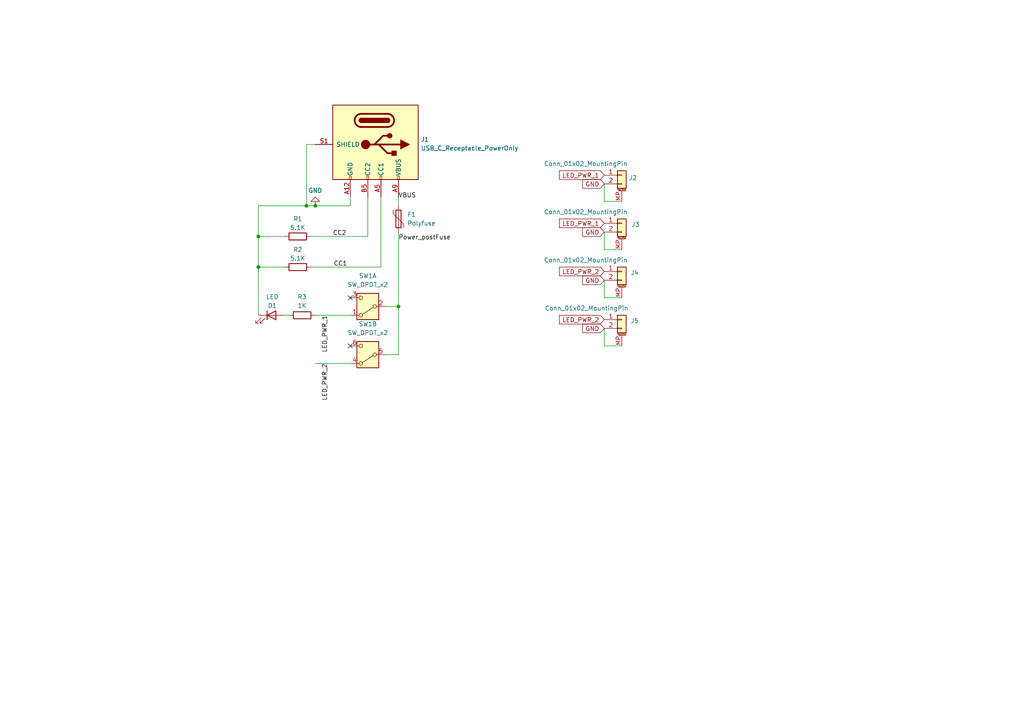
<source format=kicad_sch>
(kicad_sch (version 20231120) (generator "eeschema") (generator_version "8.0")
  (paper "A4")
  (lib_symbols
    (symbol "Connector_Generic_MountingPin:Conn_01x02_MountingPin" (pin_names (offset 1.016) hide)
      (property "Reference" "J" (at 0 2.54 0))
      (property "Value" "Conn_01x02_MountingPin" (at 1.27 -5.08 0))
      (symbol "Conn_01x02_MountingPin_1_1"
        (rectangle (start -1.27 -2.413) (end 0 -2.667) (stroke (width 0.1524)))
        (rectangle (start -1.27 0.127) (end 0 -0.127) (stroke (width 0.1524)))
        (rectangle (start -1.27 1.27) (end 1.27 -3.81) (stroke (width 0.254)) (fill (type background)))
        (polyline (pts (xy -1.016 -4.572) (xy 1.016 -4.572)) (stroke (width 0.1524)))
        (text "Mounting" (at 0 -4.191 0) (effects (font (size 0.381 0.381))))
        (pin passive line (at -5.08 0 0) (length 3.81) (name "Pin_1") (number "1"))
        (pin passive line (at -5.08 -2.54 0) (length 3.81) (name "Pin_2") (number "2"))
        (pin passive line (at 0 -7.62 90) (length 3.048) (name "MountPin") (number "MP"))
      )
    )
    (symbol "Device:LED" (pin_numbers hide) (pin_names (offset 1.016) hide)
      (property "Reference" "D" (at 0 2.54 0))
      (property "Value" "LED" (at 0 -2.54 0))
      (symbol "LED_0_1"
        (polyline (pts (xy -1.27 -1.27) (xy -1.27 1.27)) (stroke (width 0.254)))
        (polyline (pts (xy -1.27 0) (xy 1.27 0)))
        (polyline (pts (xy 1.27 -1.27) (xy 1.27 1.27) (xy -1.27 0) (xy 1.27 -1.27)) (stroke (width 0.254)))
        (polyline (pts (xy -3.048 -0.762) (xy -4.572 -2.286) (xy -3.81 -2.286) (xy -4.572 -2.286) (xy -4.572 -1.524)))
        (polyline (pts (xy -1.778 -0.762) (xy -3.302 -2.286) (xy -2.54 -2.286) (xy -3.302 -2.286) (xy -3.302 -1.524)))
      )
      (symbol "LED_1_1"
        (pin passive line (at -3.81 0 0) (length 2.54) (name "K") (number "1"))
        (pin passive line (at 3.81 0 180) (length 2.54) (name "A") (number "2"))
      )
    )
    (symbol "Device:Polyfuse" (pin_numbers hide) (pin_names (offset 0))
      (property "Reference" "F" (at -2.54 0 90))
      (property "Value" "Polyfuse" (at 2.54 0 90))
      (symbol "Polyfuse_0_1"
        (rectangle (start -0.762 2.54) (end 0.762 -2.54) (stroke (width 0.254)))
        (polyline (pts (xy 0 2.54) (xy 0 -2.54)))
        (polyline (pts (xy -1.524 2.54) (xy -1.524 1.524) (xy 1.524 -1.524) (xy 1.524 -2.54)))
      )
      (symbol "Polyfuse_1_1"
        (pin passive line (at 0 3.81 270) (length 1.27) (name "~") (number "1"))
        (pin passive line (at 0 -3.81 90) (length 1.27) (name "~") (number "2"))
      )
    )
    (symbol "Device:R" (pin_numbers hide) (pin_names (offset 0))
      (property "Reference" "R" (at 2.032 0 90))
      (property "Value" "R" (at 0 0 90))
      (symbol "R_0_1"
        (rectangle (start -1.016 -2.54) (end 1.016 2.54) (stroke (width 0.254)))
      )
      (symbol "R_1_1"
        (pin passive line (at 0 3.81 270) (length 1.27) (name "~") (number "1"))
        (pin passive line (at 0 -3.81 90) (length 1.27) (name "~") (number "2"))
      )
    )
    (symbol "Switch:SW_DPDT_x2" (pin_names (offset 0) hide)
      (property "Reference" "SW" (at 0 5.08 0))
      (property "Value" "SW_DPDT_x2" (at 0 -5.08 0))
      (symbol "SW_DPDT_x2_0_0"
        (circle (center -2.032 0) (radius 0.508))
        (circle (center 2.032 -2.54) (radius 0.508))
      )
      (symbol "SW_DPDT_x2_0_1"
        (rectangle (start -3.175 3.81) (end 3.175 -3.81) (stroke (width 0.254)) (fill (type background)))
        (polyline (pts (xy -1.524 0.254) (xy 1.5748 2.286)))
        (circle (center 2.032 2.54) (radius 0.508))
      )
      (symbol "SW_DPDT_x2_1_1"
        (pin passive line (at 5.08 2.54 180) (length 2.54) (name "A") (number "1"))
        (pin passive line (at -5.08 0 0) (length 2.54) (name "B") (number "2"))
        (pin passive line (at 5.08 -2.54 180) (length 2.54) (name "C") (number "3"))
      )
      (symbol "SW_DPDT_x2_2_1"
        (pin passive line (at 5.08 2.54 180) (length 2.54) (name "A") (number "4"))
        (pin passive line (at -5.08 0 0) (length 2.54) (name "B") (number "5"))
        (pin passive line (at 5.08 -2.54 180) (length 2.54) (name "C") (number "6"))
      )
    )
    (symbol "power:GND" (power) (pin_numbers hide) (pin_names (offset 0) hide)
      (property "Value" "GND" (at 0 -3.81 0))
      (symbol "GND_0_1"
        (polyline (pts (xy 0 0) (xy 0 -1.27) (xy 1.27 -1.27) (xy 0 -2.54) (xy -1.27 -1.27) (xy 0 -1.27)))
      )
      (symbol "GND_1_1"
        (pin power_in line (at 0 0 270) (length 0) (name "~") (number "1"))
      )
    )
    (symbol "sensorstrip:USB_C_Receptacle_PowerOnly" (pin_names (offset 1.016))
      (property "Reference" "J" (at -13.335 15.875 0))
      (property "Value" "USB_C_Receptacle_PowerOnly" (at 13.97 19.685 0))
      (symbol "USB_C_Receptacle_PowerOnly_0_0"
        (rectangle (start 9.1111 2.7932) (end 10.1271 2.2852))
        (rectangle (start 9.1268 6.5868) (end 10.1428 6.0788))
        (rectangle (start 9.144 11.684) (end 10.16 11.176))
        (rectangle (start 9.1479 -2.282) (end 10.1639 -2.79))
      )
      (symbol "USB_C_Receptacle_PowerOnly_0_1"
        (rectangle (start -11.43 17.145) (end 10.16 -7.62) (stroke (width 0.254)) (fill (type background)))
        (arc (start -8.89 0.635) (mid -6.985 -1.2617) (end -5.08 0.635) (stroke (width 0.508)))
        (arc (start -7.62 0.635) (mid -6.985 0.0027) (end -6.35 0.635) (stroke (width 0.254)))
        (arc (start -7.62 0.635) (mid -6.985 0.0027) (end -6.35 0.635) (stroke (width 0.254)) (fill (type outline)))
        (rectangle (start -7.62 0.635) (end -6.35 8.255) (stroke (width 0.254)) (fill (type outline)))
        (arc (start -6.35 8.255) (mid -6.985 8.8873) (end -7.62 8.255) (stroke (width 0.254)))
        (arc (start -6.35 8.255) (mid -6.985 8.8873) (end -7.62 8.255) (stroke (width 0.254)) (fill (type outline)))
        (arc (start -5.08 8.255) (mid -6.985 10.1517) (end -8.89 8.255) (stroke (width 0.508)))
        (circle (center -2.54 8.89) (radius 0.635) (stroke (width 0.254)) (fill (type outline)))
        (polyline (pts (xy -8.89 0.635) (xy -8.89 8.255)) (stroke (width 0.508)))
        (polyline (pts (xy -5.08 8.255) (xy -5.08 0.635)) (stroke (width 0.508)))
        (polyline (pts (xy 0 1.905) (xy 0 12.065)) (stroke (width 0.508)))
        (polyline (pts (xy 0 4.445) (xy -2.54 6.985) (xy -2.54 8.255)) (stroke (width 0.508)))
        (polyline (pts (xy 0 5.715) (xy 2.54 8.255) (xy 2.54 9.525)) (stroke (width 0.508)))
        (polyline (pts (xy -1.27 12.065) (xy 0 14.605) (xy 1.27 12.065) (xy -1.27 12.065)) (stroke (width 0.254)) (fill (type outline)))
        (circle (center 0 1.905) (radius 1.27) (fill (type outline)))
        (rectangle (start 1.905 9.525) (end 3.175 10.795) (stroke (width 0.254)) (fill (type outline)))
      )
      (symbol "USB_C_Receptacle_PowerOnly_1_1"
        (pin power_out line (at 15.24 -2.54 180) (length 5.08) (name "GND") (number "A12"))
        (pin bidirectional line (at 15.24 6.35 180) (length 5.08) (name "CC1") (number "A5"))
        (pin power_out line (at 15.24 11.43 180) (length 5.08) (name "VBUS") (number "A9"))
        (pin passive line (at 15.24 -2.54 180) (length 5.08) hide (name "GND") (number "B12"))
        (pin bidirectional line (at 15.24 2.54 180) (length 5.08) (name "CC2") (number "B5"))
        (pin passive line (at 15.24 11.43 180) (length 5.08) hide (name "VBUS") (number "B9"))
        (pin passive line (at 0 -12.7 90) (length 5.08) (name "SHIELD") (number "S1"))
      )
    )
  )
  (junction (at 115.57 88.9))
  (junction (at 74.93 77.47))
  (junction (at 91.44 59.69))
  (junction (at 88.9 59.69))
  (junction (at 74.93 68.58))
  (no_connect (at 101.6 100.33))
  (no_connect (at 101.6 86.36))
  (wire (pts (xy 101.6 59.69) (xy 101.6 57.15)))
  (wire (pts (xy 115.57 88.9) (xy 115.57 102.87)))
  (wire (pts (xy 91.44 59.69) (xy 101.6 59.69)))
  (wire (pts (xy 180.34 72.39) (xy 175.26 72.39)))
  (wire (pts (xy 88.9 41.91) (xy 88.9 59.69)))
  (wire (pts (xy 175.26 58.42) (xy 175.26 53.34)))
  (wire (pts (xy 180.34 86.36) (xy 175.26 86.36)))
  (wire (pts (xy 175.26 86.36) (xy 175.26 81.28)))
  (wire (pts (xy 74.93 77.47) (xy 82.55 77.47)))
  (wire (pts (xy 115.57 57.15) (xy 115.57 59.69)))
  (wire (pts (xy 91.44 41.91) (xy 88.9 41.91)))
  (wire (pts (xy 115.57 102.87) (xy 111.76 102.87)))
  (wire (pts (xy 74.93 68.58) (xy 74.93 77.47)))
  (wire (pts (xy 74.93 77.47) (xy 74.93 91.44)))
  (wire (pts (xy 180.34 58.42) (xy 175.26 58.42)))
  (wire (pts (xy 91.44 91.44) (xy 101.6 91.44)))
  (wire (pts (xy 175.26 72.39) (xy 175.26 67.31)))
  (wire (pts (xy 74.93 59.69) (xy 88.9 59.69)))
  (wire (pts (xy 111.76 88.9) (xy 115.57 88.9)))
  (wire (pts (xy 175.26 100.33) (xy 175.26 95.25)))
  (wire (pts (xy 106.68 57.15) (xy 106.68 68.58)))
  (wire (pts (xy 115.57 67.31) (xy 115.57 88.9)))
  (wire (pts (xy 110.49 77.47) (xy 90.17 77.47)))
  (wire (pts (xy 180.34 100.33) (xy 175.26 100.33)))
  (wire (pts (xy 74.93 68.58) (xy 82.55 68.58)))
  (wire (pts (xy 110.49 57.15) (xy 110.49 77.47)))
  (wire (pts (xy 91.44 105.41) (xy 101.6 105.41)))
  (wire (pts (xy 88.9 59.69) (xy 91.44 59.69)))
  (wire (pts (xy 82.55 91.44) (xy 83.82 91.44)))
  (wire (pts (xy 106.68 68.58) (xy 90.17 68.58)))
  (wire (pts (xy 74.93 68.58) (xy 74.93 59.69)))
  (label "CC1" (at 96.774 77.47 0))
  (label "LED_PWR_1" (at 95.25 91.44 270))
  (label "VBUS" (at 115.57 57.658 0))
  (label "CC2" (at 96.52 68.58 0))
  (label "LED_PWR_2" (at 95.25 105.41 270))
  (label "Power_postFuse" (at 115.57 69.85 0))
  (global_label "LED_PWR_1" (shape input) (at 175.26 50.8 180) (property "Intersheetrefs" "${INTERSHEET_REFS}" (effects (hide yes))))
  (global_label "GND" (shape input) (at 175.26 81.28 180) (property "Intersheetrefs" "${INTERSHEET_REFS}" (effects (hide yes))))
  (global_label "GND" (shape input) (at 175.26 53.34 180) (property "Intersheetrefs" "${INTERSHEET_REFS}" (effects (hide yes))))
  (global_label "LED_PWR_2" (shape input) (at 175.26 78.74 180) (property "Intersheetrefs" "${INTERSHEET_REFS}" (effects (hide yes))))
  (global_label "LED_PWR_2" (shape input) (at 175.26 92.71 180) (property "Intersheetrefs" "${INTERSHEET_REFS}" (effects (hide yes))))
  (global_label "GND" (shape input) (at 175.26 67.31 180) (property "Intersheetrefs" "${INTERSHEET_REFS}" (effects (hide yes))))
  (global_label "GND" (shape input) (at 175.26 95.25 180) (property "Intersheetrefs" "${INTERSHEET_REFS}" (effects (hide yes))))
  (global_label "LED_PWR_1" (shape input) (at 175.26 64.77 180) (property "Intersheetrefs" "${INTERSHEET_REFS}" (effects (hide yes))))
  (symbol (lib_id "Device:LED") (at 78.74 91.44 0) (unit 1)
    (property "Reference" "D1" (at 78.994 88.646 0))
    (property "Value" "LED" (at 78.994 86.106 0))
    (property "Footprint" "LED_SMD:LED_0603_1608Metric_Pad1.05x0.95mm_HandSolder" (effects (hide yes)))
    (property "Description" "Light emitting diode" (effects (hide yes)))
  )
  (symbol (lib_id "Connector_Generic_MountingPin:Conn_01x02_MountingPin") (at 180.34 50.8 0) (unit 1)
    (property "Reference" "J2" (at 182.372 51.5909 0) (effects (justify left)))
    (property "Value" "Conn_01x02_MountingPin" (at 157.734 47.498 0) (effects (justify left)))
    (property "Footprint" "sensorstrip:Molex_Picoblade_53261-0271-Hybrid" (effects (hide yes)))
  )
  (symbol (lib_id "Device:R") (at 86.36 68.58 90) (unit 1)
    (property "Reference" "R1" (at 86.36 63.5 90))
    (property "Value" "5.1K" (at 86.36 66.04 90))
    (property "Footprint" "Resistor_SMD:R_0603_1608Metric_Pad0.98x0.95mm_HandSolder" (effects (hide yes)))
  )
  (symbol (lib_id "Device:R") (at 87.63 91.44 90) (unit 1)
    (property "Reference" "R3" (at 87.63 86.106 90))
    (property "Value" "1K" (at 87.63 88.646 90))
    (property "Footprint" "Resistor_SMD:R_0603_1608Metric_Pad0.98x0.95mm_HandSolder" (effects (hide yes)))
  )
  (symbol (lib_id "Device:Polyfuse") (at 115.57 63.5 0) (unit 1)
    (property "Reference" "F1" (at 118.11 62.2299 0) (effects (justify left)))
    (property "Value" "Polyfuse" (at 118.11 64.7699 0) (effects (justify left)))
    (property "Footprint" "Fuse:Fuse_0805_2012Metric_Pad1.15x1.40mm_HandSolder" (effects (hide yes)))
  )
  (symbol (lib_id "power:GND") (at 91.44 59.69 180) (unit 1)
    (property "Reference" "#PWR01" (effects (hide yes)))
    (property "Value" "GND" (at 91.44 55.2466 0))
    (property "Description" "Power symbol creates a global label with name \"GND\" , ground" (effects (hide yes)))
  )
  (symbol (lib_id "Connector_Generic_MountingPin:Conn_01x02_MountingPin") (at 180.34 64.77 0) (unit 1)
    (property "Reference" "J3" (at 183.134 65.1255 0) (effects (justify left)))
    (property "Value" "Conn_01x02_MountingPin" (at 157.734 61.468 0) (effects (justify left)))
    (property "Footprint" "sensorstrip:Molex_Picoblade_53261-0271-Hybrid" (effects (hide yes)))
  )
  (symbol (lib_id "Connector_Generic_MountingPin:Conn_01x02_MountingPin") (at 180.34 78.74 0) (unit 1)
    (property "Reference" "J4" (at 182.88 79.0955 0) (effects (justify left)))
    (property "Value" "Conn_01x02_MountingPin" (at 157.734 75.438 0) (effects (justify left)))
    (property "Footprint" "sensorstrip:Molex_Picoblade_53261-0271-Hybrid" (effects (hide yes)))
  )
  (symbol (lib_id "Switch:SW_DPDT_x2") (at 106.68 88.9 180) (unit 1)
    (property "Reference" "SW1" (at 106.68 80.01 0))
    (property "Value" "SW_DPDT_x2" (at 106.68 82.55 0))
    (property "Footprint" "sensorstrip:JS202011SCQN-Hybrid-12-PTH" (effects (hide yes)))
    (property "Description" "Switch, dual pole double throw, separate symbols" (effects (hide yes)))
  )
  (symbol (lib_id "Connector_Generic_MountingPin:Conn_01x02_MountingPin") (at 180.34 92.71 0) (unit 1)
    (property "Reference" "J5" (at 182.88 93.0655 0) (effects (justify left)))
    (property "Value" "Conn_01x02_MountingPin" (at 157.988 89.408 0) (effects (justify left)))
    (property "Footprint" "sensorstrip:Molex_Picoblade_53261-0271-Hybrid" (effects (hide yes)))
  )
  (symbol (lib_id "sensorstrip:USB_C_Receptacle_PowerOnly") (at 104.14 41.91 270) (unit 1)
    (property "Reference" "J1" (at 122.047 40.4403 90) (effects (justify left)))
    (property "Value" "USB_C_Receptacle_PowerOnly" (at 122.047 42.9772 90) (effects (justify left)))
    (property "Footprint" "sensorstrip:DEALON USB Type-C 6Pin" (effects (hide yes)))
    (property "Datasheet" "https://www.usb.org/sites/default/files/documents/usb_type-c.zip" (effects (hide yes)))
  )
  (symbol (lib_id "Switch:SW_DPDT_x2") (at 106.68 102.87 180) (unit 2)
    (property "Reference" "SW1" (at 106.68 93.98 0))
    (property "Value" "SW_DPDT_x2" (at 106.68 96.52 0))
    (property "Footprint" "sensorstrip:JS202011SCQN-Hybrid-12-PTH" (effects (hide yes)))
    (property "Description" "Switch, dual pole double throw, separate symbols" (effects (hide yes)))
  )
  (symbol (lib_id "Device:R") (at 86.36 77.47 90) (unit 1)
    (property "Reference" "R2" (at 86.36 72.39 90))
    (property "Value" "5.1K" (at 86.36 74.93 90))
    (property "Footprint" "Resistor_SMD:R_0603_1608Metric_Pad0.98x0.95mm_HandSolder" (effects (hide yes)))
  )
)
</source>
